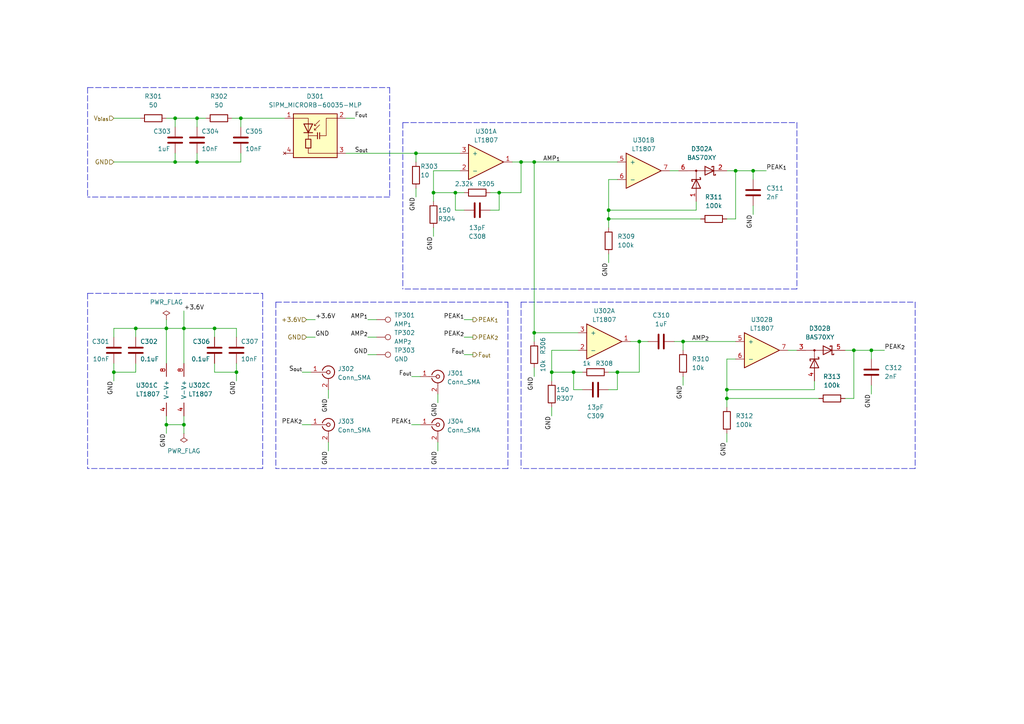
<source format=kicad_sch>
(kicad_sch (version 20211123) (generator eeschema)
  (paper "A4")
  (title_block (title "Detector PCB") (date "2022-07-14") (rev "2.3") (comment 1 "Pulse extenders are used to sample the event's intensity via the Teensy's analog I/O") (comment 2 "Two stages of amplification are used, with different amplification factors") (comment 3 "Houses the SPiM and amplifier circuitry"))
  (lib_symbols
    (symbol "Connector:TestPoint" (pin_numbers hide) (pin_names (offset 0.762) hide)
      (property "Reference" "TP" (at 0 6.858 0))
      (property "Value" "TestPoint" (at 0 5.08 0))
      (symbol "TestPoint_0_1"
        (circle (center 0 3.302) (radius 0.762))
      )
      (symbol "TestPoint_1_1"
        (pin passive line (at 0 0 90) (length 2.54) (name "1") (number "1"))
      )
    )
    (symbol "CosmicWatchPro:BAS70XY" (pin_names (offset 0.762) hide)
      (property "Reference" "D" (at 0 5.715 0))
      (property "Value" "BAS70XY" (at 0 3.175 0))
      (symbol "BAS70XY_0_1"
        (polyline (pts (xy -2.54 0) (xy 0 0)))
        (polyline (pts (xy 0 0) (xy 0 -5.08)))
        (polyline (pts (xy 5.08 0) (xy 0 0)))
        (polyline (pts (xy 1.27 -2.54) (xy -1.27 -2.54) (xy -1.27 -2.54)) (stroke (width 0.254)))
        (polyline (pts (xy 5.08 1.27) (xy 5.08 -1.27) (xy 5.08 -1.27)) (stroke (width 0.254)))
        (polyline (pts (xy 1.27 -2.54) (xy 1.27 -2.032) (xy 1.016 -2.032) (xy 1.016 -2.032)) (stroke (width 0.254)))
        (polyline (pts (xy 5.08 -1.27) (xy 5.588 -1.27) (xy 5.588 -1.016) (xy 5.588 -1.016)) (stroke (width 0.254)))
        (polyline (pts (xy 5.08 1.27) (xy 4.572 1.27) (xy 4.572 1.016) (xy 4.572 1.016)) (stroke (width 0.254)))
        (polyline (pts (xy -1.016 -3.048) (xy -1.27 -3.048) (xy -1.27 -2.54) (xy -1.27 -2.54) (xy -1.27 -2.54)) (stroke (width 0.254)))
        (polyline (pts (xy -1.27 -5.08) (xy 0 -2.54) (xy 1.27 -5.08) (xy -1.27 -5.08) (xy -1.27 -5.08) (xy -1.27 -5.08)) (stroke (width 0.254)))
        (polyline (pts (xy 2.54 1.27) (xy 5.08 0) (xy 2.54 -1.27) (xy 2.54 1.27) (xy 2.54 1.27) (xy 2.54 1.27)) (stroke (width 0.254)))
        (circle (center 0 0) (radius 0.254) (fill (type outline)))
      )
      (symbol "BAS70XY_1_1"
        (pin passive line (at 0 -8.89 90) (length 3.81) (name "A") (number "1"))
        (pin passive line (at 8.89 0 180) (length 3.81) (name "K") (number "2"))
        (pin passive line (at -5.08 0 0) (length 2.54) (name "common") (number "6"))
      )
      (symbol "BAS70XY_2_1"
        (pin passive line (at -5.08 0 0) (length 2.54) (name "common") (number "3"))
        (pin passive line (at 0 -8.89 90) (length 3.81) (name "A") (number "4"))
        (pin passive line (at 8.89 0 180) (length 3.81) (name "K") (number "5"))
      )
    )
    (symbol "CosmicWatchPro:Conn_SMA" (pin_names (offset 1.016) hide)
      (property "Reference" "J" (at 0.254 3.048 0))
      (property "Value" "Conn_SMA" (at 2.921 0 90))
      (symbol "Conn_SMA_0_1"
        (arc (start -1.778 -0.508) (mid 0.2311 -1.8066) (end 1.778 0) (stroke (width 0.254)))
        (polyline (pts (xy -2.54 0) (xy -0.508 0)))
        (polyline (pts (xy 0 -2.54) (xy 0 -1.778)))
        (circle (center 0 0) (radius 0.508) (stroke (width 0.2032)))
        (arc (start 1.8034 0) (mid 0.2353 1.8101) (end -1.7526 0.508) (stroke (width 0.254)))
      )
      (symbol "Conn_SMA_1_1"
        (pin passive line (at -5.08 0 0) (length 2.54) (name "In") (number "1"))
        (pin passive line (at 0 -5.08 90) (length 2.54) (name "Ext") (number "2"))
      )
    )
    (symbol "CosmicWatchPro:SiPM_MICRORB−10035−MLP" (pin_names hide)
      (property "Reference" "D" (at -0.635 7.62 0))
      (property "Value" "SiPM_MICRORB−10035−MLP" (at 0.635 -7.62 0))
      (symbol "SiPM_MICRORB−10035−MLP_0_1"
        (rectangle (start -6.35 6.35) (end 6.35 -6.35) (stroke (width 0.254)) (fill (type background)))
        (rectangle (start -2.794 3.556) (end -1.27 1.016) (stroke (width 0.254)))
        (polyline (pts (xy -2.032 -0.889) (xy -2.032 -3.429)))
        (polyline (pts (xy -2.032 -0.889) (xy -2.032 1.016)))
        (polyline (pts (xy -2.032 0) (xy 0.635 0)))
        (polyline (pts (xy -0.762 -3.429) (xy -3.302 -3.429)) (stroke (width 0.254)))
        (polyline (pts (xy -0.762 -0.889) (xy -3.302 -0.889)) (stroke (width 0.254)))
        (polyline (pts (xy -0.254 -1.651) (xy -0.254 -2.159)))
        (polyline (pts (xy 0.635 0.889) (xy 0.635 -0.889)) (stroke (width 0.254)))
        (polyline (pts (xy 1.27 -0.889) (xy 1.27 0.889)) (stroke (width 0.254)))
        (polyline (pts (xy -2.032 -3.429) (xy -2.032 -5.08) (xy -6.35 -5.08)))
        (polyline (pts (xy -2.032 3.556) (xy -2.032 5.08) (xy 6.35 5.08)))
        (polyline (pts (xy -0.762 -3.429) (xy -2.032 -0.889) (xy -3.302 -3.429)) (stroke (width 0.254)))
        (polyline (pts (xy 1.27 -3.175) (xy -0.254 -1.651) (xy 0.254 -1.651)))
        (polyline (pts (xy 1.397 0) (xy 3.175 0) (xy 3.175 -5.08) (xy 6.35 -5.08)))
        (polyline (pts (xy 1.27 -4.445) (xy -0.254 -2.921) (xy 0.254 -2.921) (xy -0.254 -2.921) (xy -0.254 -3.429)))
      )
      (symbol "SiPM_MICRORB−10035−MLP_1_1"
        (pin passive line (at -8.89 -5.08 0) (length 2.54) (name "Annode") (number "1"))
        (pin passive line (at 8.89 -5.08 180) (length 2.54) (name "Fast_Output") (number "2"))
        (pin passive line (at 8.89 5.08 180) (length 2.54) (name "Cathode") (number "3"))
        (pin no_connect line (at -8.89 5.08 0) (length 2.54) (name "NC") (number "4"))
      )
    )
    (symbol "Device:C" (pin_numbers hide) (pin_names (offset 0.254))
      (property "Reference" "C" (at 0.635 2.54 0))
      (property "Value" "C" (at 0.635 -2.54 0))
      (symbol "C_0_1"
        (polyline (pts (xy -2.032 -0.762) (xy 2.032 -0.762)) (stroke (width 0.508)))
        (polyline (pts (xy -2.032 0.762) (xy 2.032 0.762)) (stroke (width 0.508)))
      )
      (symbol "C_1_1"
        (pin passive line (at 0 3.81 270) (length 2.794) (name "~") (number "1"))
        (pin passive line (at 0 -3.81 90) (length 2.794) (name "~") (number "2"))
      )
    )
    (symbol "Device:R" (pin_numbers hide) (pin_names (offset 0))
      (property "Reference" "R" (at 2.032 0 90))
      (property "Value" "R" (at 0 0 90))
      (symbol "R_0_1"
        (rectangle (start -1.016 -2.54) (end 1.016 2.54) (stroke (width 0.254)))
      )
      (symbol "R_1_1"
        (pin passive line (at 0 3.81 270) (length 1.27) (name "~") (number "1"))
        (pin passive line (at 0 -3.81 90) (length 1.27) (name "~") (number "2"))
      )
    )
    (symbol "LT1807IMS8PBF:LT1807" (pin_names (offset 1.016))
      (property "Reference" "U" (at 1.27 5.08 0))
      (property "Value" "LT1807" (at 1.27 2.54 0))
      (symbol "LT1807_1_1"
        (polyline (pts (xy -5.08 5.08) (xy 5.08 0) (xy -5.08 -5.08) (xy -5.08 5.08)) (stroke (width 0.254)) (fill (type background)))
        (pin output line (at 7.62 0 180) (length 2.54) (name "~") (number "1"))
        (pin input line (at -7.62 -2.54 0) (length 2.54) (name "-") (number "2"))
        (pin input line (at -7.62 2.54 0) (length 2.54) (name "+") (number "3"))
      )
      (symbol "LT1807_2_1"
        (polyline (pts (xy -5.08 5.08) (xy 5.08 0) (xy -5.08 -5.08) (xy -5.08 5.08)) (stroke (width 0.254)) (fill (type background)))
        (pin input line (at -7.62 2.54 0) (length 2.54) (name "+") (number "5"))
        (pin input line (at -7.62 -2.54 0) (length 2.54) (name "-") (number "6"))
        (pin output line (at 7.62 0 180) (length 2.54) (name "") (number "7"))
      )
      (symbol "LT1807_3_1"
        (pin power_in line (at -2.54 -7.62 90) (length 3.81) (name "V-") (number "4"))
        (pin power_in line (at -2.54 7.62 270) (length 3.81) (name "V+") (number "8"))
      )
    )
    (symbol "power:PWR_FLAG" (power) (pin_numbers hide) (pin_names (offset 0) hide)
      (property "Value" "PWR_FLAG" (at 0 3.81 0))
      (symbol "PWR_FLAG_0_0"
        (pin power_out line (at 0 0 90) (length 0) (name "pwr") (number "1"))
      )
      (symbol "PWR_FLAG_0_1"
        (polyline (pts (xy 0 0) (xy 0 1.27) (xy -1.016 1.905) (xy 0 2.54) (xy 1.016 1.905) (xy 0 1.27)))
      )
    )
  )
  (junction (at 33.02 107.95))
  (junction (at 252.73 101.6))
  (junction (at 160.02 107.95))
  (junction (at 68.58 107.95))
  (junction (at 120.65 44.45))
  (junction (at 218.44 49.53))
  (junction (at 154.94 46.99))
  (junction (at 69.85 34.29))
  (junction (at 125.73 55.88))
  (junction (at 179.07 107.95))
  (junction (at 48.26 95.25))
  (junction (at 210.82 113.03))
  (junction (at 48.26 123.19))
  (junction (at 176.53 63.5))
  (junction (at 210.82 115.57))
  (junction (at 213.36 49.53))
  (junction (at 151.13 46.99))
  (junction (at 247.65 101.6))
  (junction (at 62.23 95.25))
  (junction (at 132.08 55.88))
  (junction (at 50.8 34.29))
  (junction (at 53.34 95.25))
  (junction (at 154.94 96.52))
  (junction (at 39.37 95.25))
  (junction (at 57.15 34.29))
  (junction (at 144.78 55.88))
  (junction (at 50.8 46.99))
  (junction (at 57.15 46.99))
  (junction (at 176.53 60.96))
  (junction (at 185.42 99.06))
  (junction (at 166.37 107.95))
  (junction (at 198.12 99.06))
  (junction (at 53.34 123.19))
  (wire (pts (xy 154.94 46.99) (xy 179.07 46.99)))
  (wire (pts (xy 151.13 55.88) (xy 151.13 46.99)))
  (wire (pts (xy 69.85 44.45) (xy 69.85 46.99)))
  (wire (pts (xy 144.78 60.96) (xy 142.24 60.96)))
  (wire (pts (xy 154.94 46.99) (xy 154.94 96.52)))
  (wire (pts (xy 198.12 99.06) (xy 198.12 101.6)))
  (wire (pts (xy 245.11 115.57) (xy 247.65 115.57)))
  (wire (pts (xy 62.23 95.25) (xy 68.58 95.25)))
  (wire (pts (xy 100.33 34.29) (xy 102.87 34.29)))
  (polyline (pts (xy 151.13 87.63) (xy 265.43 87.63)))
  (wire (pts (xy 95.25 128.27) (xy 95.25 130.81)))
  (wire (pts (xy 125.73 55.88) (xy 132.08 55.88)))
  (wire (pts (xy 132.08 55.88) (xy 132.08 60.96)))
  (wire (pts (xy 95.25 113.03) (xy 95.25 115.57)))
  (wire (pts (xy 213.36 49.53) (xy 218.44 49.53)))
  (wire (pts (xy 218.44 49.53) (xy 222.25 49.53)))
  (wire (pts (xy 106.68 97.79) (xy 109.22 97.79)))
  (wire (pts (xy 90.17 123.19) (xy 87.63 123.19)))
  (wire (pts (xy 33.02 95.25) (xy 33.02 97.79)))
  (wire (pts (xy 120.65 44.45) (xy 120.65 46.99)))
  (wire (pts (xy 50.8 34.29) (xy 57.15 34.29)))
  (polyline (pts (xy 25.4 25.4) (xy 25.4 57.15)))
  (wire (pts (xy 33.02 107.95) (xy 33.02 105.41)))
  (wire (pts (xy 57.15 44.45) (xy 57.15 46.99)))
  (wire (pts (xy 154.94 96.52) (xy 154.94 99.06)))
  (wire (pts (xy 48.26 34.29) (xy 50.8 34.29)))
  (wire (pts (xy 125.73 66.04) (xy 125.73 68.58)))
  (wire (pts (xy 160.02 118.11) (xy 160.02 120.65)))
  (wire (pts (xy 68.58 95.25) (xy 68.58 97.79)))
  (polyline (pts (xy 25.4 85.09) (xy 25.4 135.89)))
  (polyline (pts (xy 113.03 25.4) (xy 113.03 57.15)))
  (wire (pts (xy 195.58 99.06) (xy 198.12 99.06)))
  (wire (pts (xy 125.73 49.53) (xy 133.35 49.53)))
  (wire (pts (xy 185.42 99.06) (xy 187.96 99.06)))
  (polyline (pts (xy 80.01 87.63) (xy 147.32 87.63)))
  (wire (pts (xy 166.37 107.95) (xy 168.91 107.95)))
  (wire (pts (xy 127 114.3) (xy 127 116.84)))
  (wire (pts (xy 33.02 107.95) (xy 33.02 110.49)))
  (wire (pts (xy 53.34 95.25) (xy 62.23 95.25)))
  (wire (pts (xy 121.92 109.22) (xy 119.38 109.22)))
  (polyline (pts (xy 151.13 87.63) (xy 151.13 135.89)))
  (wire (pts (xy 166.37 107.95) (xy 166.37 113.03)))
  (wire (pts (xy 236.22 113.03) (xy 236.22 110.49)))
  (wire (pts (xy 127 128.27) (xy 127 130.81)))
  (wire (pts (xy 67.31 34.29) (xy 69.85 34.29)))
  (wire (pts (xy 132.08 60.96) (xy 134.62 60.96)))
  (wire (pts (xy 57.15 46.99) (xy 69.85 46.99)))
  (wire (pts (xy 106.68 92.71) (xy 109.22 92.71)))
  (wire (pts (xy 210.82 113.03) (xy 210.82 115.57)))
  (polyline (pts (xy 147.32 135.89) (xy 80.01 135.89)))
  (wire (pts (xy 160.02 107.95) (xy 160.02 110.49)))
  (wire (pts (xy 39.37 105.41) (xy 39.37 107.95)))
  (wire (pts (xy 88.9 92.71) (xy 91.44 92.71)))
  (wire (pts (xy 151.13 46.99) (xy 154.94 46.99)))
  (wire (pts (xy 106.68 102.87) (xy 109.22 102.87)))
  (polyline (pts (xy 25.4 25.4) (xy 113.03 25.4)))
  (wire (pts (xy 62.23 105.41) (xy 62.23 107.95)))
  (wire (pts (xy 176.53 73.66) (xy 176.53 76.2)))
  (polyline (pts (xy 116.84 35.56) (xy 116.84 83.82)))
  (wire (pts (xy 252.73 111.76) (xy 252.73 114.3)))
  (wire (pts (xy 134.62 97.79) (xy 137.16 97.79)))
  (polyline (pts (xy 265.43 135.89) (xy 151.13 135.89)))
  (wire (pts (xy 166.37 113.03) (xy 168.91 113.03)))
  (wire (pts (xy 68.58 107.95) (xy 68.58 105.41)))
  (wire (pts (xy 144.78 55.88) (xy 144.78 60.96)))
  (wire (pts (xy 90.17 107.95) (xy 87.63 107.95)))
  (wire (pts (xy 39.37 107.95) (xy 33.02 107.95)))
  (wire (pts (xy 134.62 102.87) (xy 137.16 102.87)))
  (polyline (pts (xy 25.4 85.09) (xy 76.2 85.09)))
  (wire (pts (xy 48.26 123.19) (xy 53.34 123.19)))
  (wire (pts (xy 48.26 105.41) (xy 48.26 95.25)))
  (wire (pts (xy 176.53 60.96) (xy 176.53 63.5)))
  (wire (pts (xy 160.02 101.6) (xy 167.64 101.6)))
  (polyline (pts (xy 265.43 87.63) (xy 265.43 135.89)))
  (wire (pts (xy 88.9 97.79) (xy 91.44 97.79)))
  (wire (pts (xy 210.82 125.73) (xy 210.82 128.27)))
  (wire (pts (xy 53.34 90.17) (xy 53.34 95.25)))
  (wire (pts (xy 176.53 52.07) (xy 179.07 52.07)))
  (wire (pts (xy 201.93 60.96) (xy 201.93 58.42)))
  (wire (pts (xy 134.62 92.71) (xy 137.16 92.71)))
  (wire (pts (xy 218.44 49.53) (xy 218.44 52.07)))
  (polyline (pts (xy 80.01 87.63) (xy 80.01 135.89)))
  (wire (pts (xy 176.53 107.95) (xy 179.07 107.95)))
  (polyline (pts (xy 76.2 135.89) (xy 25.4 135.89)))
  (wire (pts (xy 160.02 107.95) (xy 166.37 107.95)))
  (wire (pts (xy 176.53 52.07) (xy 176.53 60.96)))
  (polyline (pts (xy 113.03 57.15) (xy 25.4 57.15)))
  (wire (pts (xy 69.85 34.29) (xy 69.85 36.83)))
  (polyline (pts (xy 116.84 35.56) (xy 231.14 35.56)))
  (wire (pts (xy 62.23 97.79) (xy 62.23 95.25)))
  (wire (pts (xy 213.36 49.53) (xy 210.82 49.53)))
  (wire (pts (xy 218.44 59.69) (xy 218.44 62.23)))
  (wire (pts (xy 213.36 63.5) (xy 213.36 49.53)))
  (wire (pts (xy 53.34 120.65) (xy 53.34 123.19)))
  (wire (pts (xy 179.07 113.03) (xy 176.53 113.03)))
  (wire (pts (xy 62.23 107.95) (xy 68.58 107.95)))
  (wire (pts (xy 57.15 34.29) (xy 59.69 34.29)))
  (wire (pts (xy 198.12 109.22) (xy 198.12 111.76)))
  (wire (pts (xy 176.53 63.5) (xy 203.2 63.5)))
  (wire (pts (xy 144.78 55.88) (xy 151.13 55.88)))
  (wire (pts (xy 247.65 101.6) (xy 252.73 101.6)))
  (wire (pts (xy 210.82 115.57) (xy 210.82 118.11)))
  (wire (pts (xy 179.07 107.95) (xy 179.07 113.03)))
  (wire (pts (xy 252.73 101.6) (xy 256.54 101.6)))
  (wire (pts (xy 50.8 46.99) (xy 57.15 46.99)))
  (wire (pts (xy 194.31 49.53) (xy 196.85 49.53)))
  (wire (pts (xy 252.73 101.6) (xy 252.73 104.14)))
  (wire (pts (xy 210.82 63.5) (xy 213.36 63.5)))
  (wire (pts (xy 210.82 113.03) (xy 236.22 113.03)))
  (wire (pts (xy 69.85 34.29) (xy 82.55 34.29)))
  (wire (pts (xy 198.12 99.06) (xy 213.36 99.06)))
  (wire (pts (xy 154.94 106.68) (xy 154.94 109.22)))
  (wire (pts (xy 176.53 63.5) (xy 176.53 66.04)))
  (wire (pts (xy 247.65 101.6) (xy 245.11 101.6)))
  (wire (pts (xy 151.13 46.99) (xy 148.59 46.99)))
  (wire (pts (xy 50.8 34.29) (xy 50.8 36.83)))
  (wire (pts (xy 132.08 55.88) (xy 134.62 55.88)))
  (wire (pts (xy 50.8 44.45) (xy 50.8 46.99)))
  (wire (pts (xy 120.65 44.45) (xy 133.35 44.45)))
  (wire (pts (xy 142.24 55.88) (xy 144.78 55.88)))
  (wire (pts (xy 39.37 95.25) (xy 33.02 95.25)))
  (wire (pts (xy 57.15 34.29) (xy 57.15 36.83)))
  (wire (pts (xy 48.26 120.65) (xy 48.26 123.19)))
  (polyline (pts (xy 76.2 85.09) (xy 76.2 135.89)))
  (wire (pts (xy 100.33 44.45) (xy 120.65 44.45)))
  (wire (pts (xy 210.82 104.14) (xy 213.36 104.14)))
  (wire (pts (xy 125.73 49.53) (xy 125.73 55.88)))
  (wire (pts (xy 185.42 107.95) (xy 185.42 99.06)))
  (wire (pts (xy 210.82 115.57) (xy 237.49 115.57)))
  (wire (pts (xy 210.82 113.03) (xy 210.82 104.14)))
  (wire (pts (xy 53.34 95.25) (xy 53.34 105.41)))
  (polyline (pts (xy 231.14 35.56) (xy 231.14 83.82)))
  (wire (pts (xy 39.37 97.79) (xy 39.37 95.25)))
  (wire (pts (xy 121.92 123.19) (xy 119.38 123.19)))
  (wire (pts (xy 33.02 46.99) (xy 50.8 46.99)))
  (wire (pts (xy 48.26 95.25) (xy 39.37 95.25)))
  (wire (pts (xy 68.58 107.95) (xy 68.58 110.49)))
  (wire (pts (xy 185.42 99.06) (xy 182.88 99.06)))
  (wire (pts (xy 48.26 92.71) (xy 48.26 95.25)))
  (wire (pts (xy 179.07 107.95) (xy 185.42 107.95)))
  (polyline (pts (xy 231.14 83.82) (xy 116.84 83.82)))
  (wire (pts (xy 48.26 123.19) (xy 48.26 125.73)))
  (wire (pts (xy 53.34 125.73) (xy 53.34 123.19)))
  (wire (pts (xy 120.65 54.61) (xy 120.65 57.15)))
  (wire (pts (xy 247.65 115.57) (xy 247.65 101.6)))
  (wire (pts (xy 125.73 55.88) (xy 125.73 58.42)))
  (wire (pts (xy 160.02 101.6) (xy 160.02 107.95)))
  (wire (pts (xy 228.6 101.6) (xy 231.14 101.6)))
  (polyline (pts (xy 147.32 87.63) (xy 147.32 135.89)))
  (wire (pts (xy 176.53 60.96) (xy 201.93 60.96)))
  (wire (pts (xy 48.26 95.25) (xy 53.34 95.25)))
  (wire (pts (xy 154.94 96.52) (xy 167.64 96.52)))
  (wire (pts (xy 33.02 34.29) (xy 40.64 34.29)))
  (label "AMP_{2}" (at 200.66 99.06 0))
  (label "AMP_{2}" (at 106.68 97.79 180))
  (label "PEAK_{1}" (at 119.38 123.19 180))
  (label "+3.6V" (at 53.34 90.17 0))
  (label "GND" (at 210.82 128.27 270))
  (label "PEAK_{2}" (at 87.63 123.19 180))
  (label "+3.6V" (at 91.44 92.71 0))
  (label "GND" (at 68.58 110.49 270))
  (label "PEAK_{1}" (at 134.62 92.71 180))
  (label "GND" (at 252.73 114.3 270))
  (label "GND" (at 127 116.84 270))
  (label "S_{out}" (at 87.63 107.95 180))
  (label "GND" (at 125.73 68.58 270))
  (label "PEAK_{2}" (at 134.62 97.79 180))
  (label "GND" (at 154.94 109.22 270))
  (label "GND" (at 218.44 62.23 270))
  (label "PEAK_{2}" (at 256.54 101.6 0))
  (label "GND" (at 176.53 76.2 270))
  (label "GND" (at 198.12 111.76 270))
  (label "S_{out}" (at 102.87 44.45 0))
  (label "F_{out}" (at 119.38 109.22 180))
  (label "GND" (at 160.02 120.65 270))
  (label "AMP_{1}" (at 106.68 92.71 180))
  (label "F_{out}" (at 134.62 102.87 180))
  (label "GND" (at 106.68 102.87 180))
  (label "GND" (at 127 130.81 270))
  (label "GND" (at 120.65 57.15 270))
  (label "AMP_{1}" (at 157.48 46.99 0))
  (label "GND" (at 95.25 115.57 270))
  (label "PEAK_{1}" (at 222.25 49.53 0))
  (label "GND" (at 95.25 130.81 270))
  (label "GND" (at 48.26 125.73 270))
  (label "GND" (at 33.02 110.49 270))
  (label "GND" (at 91.44 97.79 0))
  (label "F_{out}" (at 102.87 34.29 0))
  (hierarchical_label "PEAK_{1}" (shape output) (at 137.16 92.71 0))
  (hierarchical_label "GND" (shape input) (at 88.9 97.79 180))
  (hierarchical_label "+3.6V" (shape input) (at 88.9 92.71 180))
  (hierarchical_label "PEAK_{2}" (shape output) (at 137.16 97.79 0))
  (hierarchical_label "GND" (shape input) (at 33.02 46.99 180))
  (hierarchical_label "F_{out}" (shape output) (at 137.16 102.87 0))
  (hierarchical_label "V_{bias}" (shape input) (at 33.02 34.29 180))
  (symbol (lib_id "Device:R") (at 198.12 105.41 0) (unit 1)
    (property "Reference" "R310" (at 200.66 104.1399 0) (effects (justify left)))
    (property "Value" "10k" (at 200.66 106.6799 0) (effects (justify left)))
    (property "Footprint" "Resistor_SMD:R_0805_2012Metric_Pad1.20x1.40mm_HandSolder" (effects hide))
  )
  (symbol (lib_id "Device:C") (at 68.58 101.6 0) (unit 1)
    (property "Reference" "C307" (at 69.85 99.06 0) (effects (justify left)))
    (property "Value" "10nF" (at 69.85 104.14 0) (effects (justify left)))
    (property "Footprint" "Capacitor_SMD:C_0805_2012Metric_Pad1.18x1.45mm_HandSolder" (effects hide))
  )
  (symbol (lib_id "Device:R") (at 154.94 102.87 0) (unit 1)
    (property "Reference" "R306" (at 157.48 102.87 90) (effects (justify left)))
    (property "Value" "10k" (at 157.48 107.95 90) (effects (justify left)))
    (property "Footprint" "Resistor_SMD:R_0805_2012Metric_Pad1.20x1.40mm_HandSolder" (effects hide))
  )
  (symbol (lib_id "Device:C") (at 252.73 107.95 0) (unit 1)
    (property "Reference" "C312" (at 256.54 106.6799 0) (effects (justify left)))
    (property "Value" "2nF" (at 256.54 109.2199 0) (effects (justify left)))
    (property "Footprint" "Capacitor_SMD:C_0805_2012Metric_Pad1.18x1.45mm_HandSolder" (effects hide))
  )
  (symbol (lib_id "LT1807IMS8PBF:LT1807") (at 175.26 99.06 0) (unit 1)
    (property "Reference" "U302" (at 175.26 90.17 0))
    (property "Value" "LT1807" (at 175.26 92.71 0))
    (property "Footprint" "Package_SO:MSOP-8_3x3mm_P0.65mm" (effects hide))
  )
  (symbol (lib_id "Device:R") (at 176.53 69.85 0) (unit 1)
    (property "Reference" "R309" (at 179.07 68.5799 0) (effects (justify left)))
    (property "Value" "100k" (at 179.07 71.1199 0) (effects (justify left)))
    (property "Footprint" "Resistor_SMD:R_0805_2012Metric_Pad1.20x1.40mm_HandSolder" (effects hide))
  )
  (symbol (lib_id "CosmicWatchPro:Conn_SMA") (at 95.25 123.19 0) (unit 1)
    (property "Reference" "J303" (at 97.917 122.2131 0) (effects (justify left)))
    (property "Value" "Conn_SMA" (at 97.917 124.7531 0) (effects (justify left)))
    (property "Footprint" "Connector_Coaxial:U.FL_Molex_MCRF_73412-0110_Vertical" (effects hide))
    (property "Datasheet" " ~" (effects hide))
  )
  (symbol (lib_id "Device:C") (at 191.77 99.06 90) (unit 1)
    (property "Reference" "C310" (at 191.77 91.44 90))
    (property "Value" "1uF" (at 191.77 93.98 90))
    (property "Footprint" "Capacitor_SMD:C_0805_2012Metric_Pad1.18x1.45mm_HandSolder" (effects hide))
  )
  (symbol (lib_id "Device:R") (at 120.65 50.8 0) (unit 1)
    (property "Reference" "R303" (at 121.92 48.26 0) (effects (justify left)))
    (property "Value" "10" (at 121.92 50.8 0) (effects (justify left)))
    (property "Footprint" "Resistor_SMD:R_0805_2012Metric_Pad1.20x1.40mm_HandSolder" (effects hide))
  )
  (symbol (lib_id "Device:C") (at 50.8 40.64 0) (unit 1)
    (property "Reference" "C303" (at 44.45 38.1 0) (effects (justify left)))
    (property "Value" "1uF" (at 45.72 43.18 0) (effects (justify left)))
    (property "Footprint" "Capacitor_SMD:C_0805_2012Metric_Pad1.18x1.45mm_HandSolder" (effects hide))
  )
  (symbol (lib_id "power:PWR_FLAG") (at 53.34 125.73 180) (unit 1)
    (property "Reference" "#FLG0302" (effects hide))
    (property "Value" "PWR_FLAG" (at 53.34 130.81 0))
  )
  (symbol (lib_id "Connector:TestPoint") (at 109.22 92.71 270) (unit 1)
    (property "Reference" "TP301" (at 114.3 91.4399 90) (effects (justify left)))
    (property "Value" "AMP_{1}" (at 114.3 93.9799 90) (effects (justify left)))
    (property "Footprint" "TestPoint:TestPoint_Pad_D2.0mm" (effects hide))
  )
  (symbol (lib_id "LT1807IMS8PBF:LT1807") (at 140.97 46.99 0) (unit 1)
    (property "Reference" "U301" (at 140.97 38.1 0))
    (property "Value" "LT1807" (at 140.97 40.64 0))
    (property "Footprint" "Package_SO:MSOP-8_3x3mm_P0.65mm" (effects hide))
  )
  (symbol (lib_id "Device:R") (at 44.45 34.29 90) (unit 1)
    (property "Reference" "R301" (at 44.45 27.94 90))
    (property "Value" "50" (at 44.45 30.48 90))
    (property "Footprint" "Resistor_SMD:R_0805_2012Metric_Pad1.20x1.40mm_HandSolder" (effects hide))
  )
  (symbol (lib_id "Device:R") (at 207.01 63.5 90) (unit 1)
    (property "Reference" "R311" (at 207.01 57.15 90))
    (property "Value" "100k" (at 207.01 59.69 90))
    (property "Footprint" "Resistor_SMD:R_0805_2012Metric_Pad1.20x1.40mm_HandSolder" (effects hide))
  )
  (symbol (lib_id "power:PWR_FLAG") (at 48.26 92.71 0) (unit 1)
    (property "Reference" "#FLG0301" (effects hide))
    (property "Value" "PWR_FLAG" (at 48.26 87.63 0))
  )
  (symbol (lib_id "Device:R") (at 138.43 55.88 90) (unit 1)
    (property "Reference" "R305" (at 140.97 53.34 90))
    (property "Value" "2.32k" (at 134.62 53.34 90))
    (property "Footprint" "Resistor_SMD:R_0805_2012Metric_Pad1.20x1.40mm_HandSolder" (effects hide))
  )
  (symbol (lib_id "Connector:TestPoint") (at 109.22 97.79 270) (unit 1)
    (property "Reference" "TP302" (at 114.3 96.5199 90) (effects (justify left)))
    (property "Value" "AMP_{2}" (at 114.3 99.0599 90) (effects (justify left)))
    (property "Footprint" "TestPoint:TestPoint_Pad_D2.0mm" (effects hide))
  )
  (symbol (lib_id "Device:C") (at 62.23 101.6 0) (mirror y) (unit 1)
    (property "Reference" "C306" (at 60.96 99.06 0) (effects (justify left)))
    (property "Value" "0.1uF" (at 60.96 104.14 0) (effects (justify left)))
    (property "Footprint" "Capacitor_SMD:C_0805_2012Metric_Pad1.18x1.45mm_HandSolder" (effects hide))
  )
  (symbol (lib_id "Connector:TestPoint") (at 109.22 102.87 270) (unit 1)
    (property "Reference" "TP303" (at 114.3 101.5999 90) (effects (justify left)))
    (property "Value" "GND" (at 114.3 104.1399 90) (effects (justify left)))
    (property "Footprint" "TestPoint:TestPoint_Pad_3.0x3.0mm" (effects hide))
  )
  (symbol (lib_id "Device:R") (at 125.73 62.23 0) (unit 1)
    (property "Reference" "R304" (at 127 63.5 0) (effects (justify left)))
    (property "Value" "150" (at 127 60.96 0) (effects (justify left)))
    (property "Footprint" "Resistor_SMD:R_0805_2012Metric_Pad1.20x1.40mm_HandSolder" (effects hide))
  )
  (symbol (lib_id "CosmicWatchPro:SiPM_MICRORB−10035−MLP") (at 91.44 39.37 0) (mirror x) (unit 1)
    (property "Reference" "D301" (at 91.44 27.94 0))
    (property "Value" "SiPM_MICRORB−60035−MLP" (at 91.44 30.48 0))
    (property "Footprint" "CosmicWatchPro:SiPM_MICROFC-60035-SMT-HANDSOLDER" (effects hide))
  )
  (symbol (lib_id "CosmicWatchPro:Conn_SMA") (at 127 123.19 0) (unit 1)
    (property "Reference" "J304" (at 129.667 122.2131 0) (effects (justify left)))
    (property "Value" "Conn_SMA" (at 129.667 124.7531 0) (effects (justify left)))
    (property "Footprint" "Connector_Coaxial:U.FL_Molex_MCRF_73412-0110_Vertical" (effects hide))
    (property "Datasheet" " ~" (effects hide))
  )
  (symbol (lib_id "Device:C") (at 39.37 101.6 0) (unit 1)
    (property "Reference" "C302" (at 40.64 99.06 0) (effects (justify left)))
    (property "Value" "0.1uF" (at 40.64 104.14 0) (effects (justify left)))
    (property "Footprint" "Capacitor_SMD:C_0805_2012Metric_Pad1.18x1.45mm_HandSolder" (effects hide))
  )
  (symbol (lib_id "Device:R") (at 160.02 114.3 0) (unit 1)
    (property "Reference" "R307" (at 161.29 115.57 0) (effects (justify left)))
    (property "Value" "150" (at 161.29 113.03 0) (effects (justify left)))
    (property "Footprint" "Resistor_SMD:R_0805_2012Metric_Pad1.20x1.40mm_HandSolder" (effects hide))
  )
  (symbol (lib_id "Device:C") (at 172.72 113.03 90) (unit 1)
    (property "Reference" "C309" (at 172.72 120.65 90))
    (property "Value" "13pF" (at 172.72 118.11 90))
    (property "Footprint" "Capacitor_SMD:C_0805_2012Metric_Pad1.18x1.45mm_HandSolder" (effects hide))
  )
  (symbol (lib_id "Device:R") (at 172.72 107.95 90) (unit 1)
    (property "Reference" "R308" (at 175.26 105.41 90))
    (property "Value" "1k" (at 170.18 105.41 90))
    (property "Footprint" "Resistor_SMD:R_0805_2012Metric_Pad1.20x1.40mm_HandSolder" (effects hide))
  )
  (symbol (lib_id "Device:C") (at 218.44 55.88 0) (unit 1)
    (property "Reference" "C311" (at 222.25 54.6099 0) (effects (justify left)))
    (property "Value" "2nF" (at 222.25 57.1499 0) (effects (justify left)))
    (property "Footprint" "Capacitor_SMD:C_0805_2012Metric_Pad1.18x1.45mm_HandSolder" (effects hide))
  )
  (symbol (lib_id "LT1807IMS8PBF:LT1807") (at 186.69 49.53 0) (unit 2)
    (property "Reference" "U301" (at 186.69 40.64 0))
    (property "Value" "LT1807" (at 186.69 43.18 0))
    (property "Footprint" "Package_SO:MSOP-8_3x3mm_P0.65mm" (effects hide))
  )
  (symbol (lib_id "LT1807IMS8PBF:LT1807") (at 55.88 113.03 0) (unit 3)
    (property "Reference" "U302" (at 54.61 111.7599 0) (effects (justify left)))
    (property "Value" "LT1807" (at 54.61 114.2999 0) (effects (justify left)))
    (property "Footprint" "Package_SO:MSOP-8_3x3mm_P0.65mm" (effects hide))
  )
  (symbol (lib_id "Device:C") (at 69.85 40.64 0) (unit 1)
    (property "Reference" "C305" (at 71.12 38.1 0) (effects (justify left)))
    (property "Value" "10nF" (at 71.12 43.18 0) (effects (justify left)))
    (property "Footprint" "Capacitor_SMD:C_0805_2012Metric_Pad1.18x1.45mm_HandSolder" (effects hide))
  )
  (symbol (lib_id "Device:C") (at 138.43 60.96 90) (unit 1)
    (property "Reference" "C308" (at 138.43 68.58 90))
    (property "Value" "13pF" (at 138.43 66.04 90))
    (property "Footprint" "Capacitor_SMD:C_0805_2012Metric_Pad1.18x1.45mm_HandSolder" (effects hide))
  )
  (symbol (lib_id "CosmicWatchPro:BAS70XY") (at 236.22 101.6 0) (unit 2)
    (property "Reference" "D302" (at 237.8075 95.25 0))
    (property "Value" "BAS70XY" (at 237.8075 97.79 0))
    (property "Footprint" "Package_TO_SOT_SMD:SOT-666" (effects hide))
  )
  (symbol (lib_id "Device:R") (at 210.82 121.92 0) (unit 1)
    (property "Reference" "R312" (at 213.36 120.6499 0) (effects (justify left)))
    (property "Value" "100k" (at 213.36 123.1899 0) (effects (justify left)))
    (property "Footprint" "Resistor_SMD:R_0805_2012Metric_Pad1.20x1.40mm_HandSolder" (effects hide))
  )
  (symbol (lib_id "Device:R") (at 241.3 115.57 90) (unit 1)
    (property "Reference" "R313" (at 241.3 109.22 90))
    (property "Value" "100k" (at 241.3 111.76 90))
    (property "Footprint" "Resistor_SMD:R_0805_2012Metric_Pad1.20x1.40mm_HandSolder" (effects hide))
  )
  (symbol (lib_id "Device:C") (at 57.15 40.64 0) (unit 1)
    (property "Reference" "C304" (at 58.42 38.1 0) (effects (justify left)))
    (property "Value" "10nF" (at 58.42 43.18 0) (effects (justify left)))
    (property "Footprint" "Capacitor_SMD:C_0805_2012Metric_Pad1.18x1.45mm_HandSolder" (effects hide))
  )
  (symbol (lib_id "LT1807IMS8PBF:LT1807") (at 220.98 101.6 0) (unit 2)
    (property "Reference" "U302" (at 220.98 92.71 0))
    (property "Value" "LT1807" (at 220.98 95.25 0))
    (property "Footprint" "Package_SO:MSOP-8_3x3mm_P0.65mm" (effects hide))
  )
  (symbol (lib_id "CosmicWatchPro:Conn_SMA") (at 127 109.22 0) (unit 1)
    (property "Reference" "J301" (at 129.667 108.2431 0) (effects (justify left)))
    (property "Value" "Conn_SMA" (at 129.667 110.7831 0) (effects (justify left)))
    (property "Footprint" "Connector_Coaxial:U.FL_Molex_MCRF_73412-0110_Vertical" (effects hide))
    (property "Datasheet" " ~" (effects hide))
  )
  (symbol (lib_id "Device:C") (at 33.02 101.6 0) (mirror y) (unit 1)
    (property "Reference" "C301" (at 31.75 99.06 0) (effects (justify left)))
    (property "Value" "10nF" (at 31.75 104.14 0) (effects (justify left)))
    (property "Footprint" "Capacitor_SMD:C_0805_2012Metric_Pad1.18x1.45mm_HandSolder" (effects hide))
  )
  (symbol (lib_id "Device:R") (at 63.5 34.29 90) (unit 1)
    (property "Reference" "R302" (at 63.5 27.94 90))
    (property "Value" "50" (at 63.5 30.48 90))
    (property "Footprint" "Resistor_SMD:R_0805_2012Metric_Pad1.20x1.40mm_HandSolder" (effects hide))
  )
  (symbol (lib_id "CosmicWatchPro:BAS70XY") (at 201.93 49.53 0) (unit 1)
    (property "Reference" "D302" (at 203.5175 43.18 0))
    (property "Value" "BAS70XY" (at 203.5175 45.72 0))
    (property "Footprint" "Package_TO_SOT_SMD:SOT-666" (effects hide))
  )
  (symbol (lib_id "LT1807IMS8PBF:LT1807") (at 50.8 113.03 0) (unit 3)
    (property "Reference" "U301" (at 39.37 111.76 0) (effects (justify left)))
    (property "Value" "LT1807" (at 39.37 114.3 0) (effects (justify left)))
    (property "Footprint" "Package_SO:MSOP-8_3x3mm_P0.65mm" (effects hide))
  )
  (symbol (lib_id "CosmicWatchPro:Conn_SMA") (at 95.25 107.95 0) (unit 1)
    (property "Reference" "J302" (at 97.917 106.9731 0) (effects (justify left)))
    (property "Value" "Conn_SMA" (at 97.917 109.5131 0) (effects (justify left)))
    (property "Footprint" "Connector_Coaxial:U.FL_Molex_MCRF_73412-0110_Vertical" (effects hide))
    (property "Datasheet" " ~" (effects hide))
  )
)
</source>
